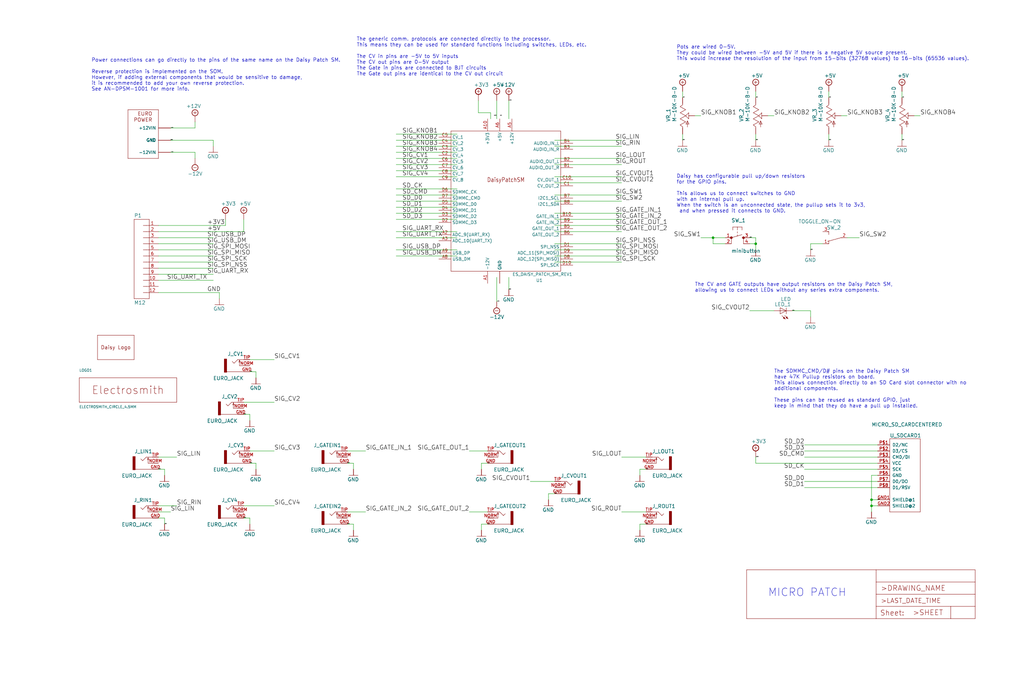
<source format=kicad_sch>
(kicad_sch (version 20231120) (generator "eeschema") (generator_version "8.0")
  (paper "User" 426.796 283.337)
  (lib_symbols
    (symbol "ES_Daisy_Patch_SM_FB_Rev1-eagle-import:+12V" (power) (pin_names (offset 1.016))
      (property "Value" "+12V" (at -2.54 3.175 0))
      (symbol "+12V_1_0"
        (pin power_in line (at 0 -2.54 90) (length 2.54) (name "+12V") (number "1"))
      )
    )
    (symbol "ES_Daisy_Patch_SM_FB_Rev1-eagle-import:+3V3" (power) (pin_names (offset 1.016))
      (property "Value" "+3V3" (at -1.905 5.715 0))
      (symbol "+3V3_1_0"
        (pin power_in line (at 0 0 90) (length 2.54) (name "+3V3") (number "1"))
      )
    )
    (symbol "ES_Daisy_Patch_SM_FB_Rev1-eagle-import:+5V" (power) (pin_names (offset 1.016))
      (property "Value" "+5V" (at -1.905 3.175 0))
      (symbol "+5V_1_0"
        (pin power_in line (at 0 -2.54 90) (length 2.54) (name "+5V") (number "1"))
      )
    )
    (symbol "ES_Daisy_Patch_SM_FB_Rev1-eagle-import:-12V" (power) (pin_names (offset 1.016))
      (property "Value" "-12V" (at -3.175 -4.699 0))
      (symbol "-12V_1_0"
        (pin power_in line (at 0 2.54 270) (length 2.54) (name "-12V") (number "1"))
      )
    )
    (symbol "ES_Daisy_Patch_SM_FB_Rev1-eagle-import:A3L-LOC" (pin_names (offset 1.016))
      (symbol "A3L-LOC_1_0"
        (text ">DRAWING_NAME" (at 344.17 15.24 0) (effects (font (size 2.159 2.159)) (justify left bottom)))
        (text ">LAST_DATE_TIME" (at 344.17 10.16 0) (effects (font (size 1.9304 1.9304)) (justify left bottom)))
        (text ">SHEET" (at 357.505 5.08 0) (effects (font (size 2.159 2.159)) (justify left bottom)))
        (text "Sheet:" (at 343.916 4.953 0) (effects (font (size 2.159 2.159)) (justify left bottom)))
      )
    )
    (symbol "ES_Daisy_Patch_SM_FB_Rev1-eagle-import:DAISYLOGO" (pin_names (offset 1.016))
      (symbol "DAISYLOGO_1_0"
        (text "Daisy Logo" (at 0 0 0) (effects (font (size 1.4986 1.4986))))
      )
    )
    (symbol "ES_Daisy_Patch_SM_FB_Rev1-eagle-import:ELECTROSMITH_CIRCLE_4.5MM" (pin_names (offset 1.016))
      (property "Reference" "LOGO" (at -20.32 7.62 0))
      (property "Value" "ELECTROSMITH_CIRCLE_4.5MM" (at -20.32 -7.62 0))
      (symbol "ELECTROSMITH_CIRCLE_4.5MM_1_0"
        (text "Electrosmith" (at 0 0 0) (effects (font (size 3.2258 3.2258))))
      )
    )
    (symbol "ES_Daisy_Patch_SM_FB_Rev1-eagle-import:EURORACK_POWERLOCK" (pin_names (offset 1.016))
      (symbol "EURORACK_POWERLOCK_1_0"
        (text "EURO" (at -2.54 7.62 0) (effects (font (size 1.4986 1.4986)) (justify left bottom)))
        (text "POWER" (at -2.54 5.08 0) (effects (font (size 1.4986 1.4986)) (justify left bottom)))
        (pin bidirectional line (at -10.16 -2.54 0) (length 5.08) (name "GND") (number "GND1"))
        (pin bidirectional line (at -10.16 -2.54 0) (length 5.08) (name "GND") (number "GND2"))
        (pin bidirectional line (at -10.16 -2.54 0) (length 5.08) (name "GND") (number "GND3"))
        (pin bidirectional line (at -10.16 -2.54 0) (length 5.08) (name "GND") (number "GND4"))
        (pin bidirectional line (at -10.16 -2.54 0) (length 5.08) (name "GND") (number "GND5"))
        (pin bidirectional line (at -10.16 -2.54 0) (length 5.08) (name "GND") (number "GND6"))
        (pin bidirectional line (at -10.16 -7.62 0) (length 5.08) (name "-12VIN") (number "NEG1"))
        (pin bidirectional line (at -10.16 -7.62 0) (length 5.08) (name "-12VIN") (number "NEG2"))
        (pin bidirectional line (at -10.16 2.54 0) (length 5.08) (name "+12VIN") (number "POS1"))
        (pin bidirectional line (at -10.16 2.54 0) (length 5.08) (name "+12VIN") (number "POS2"))
      )
    )
    (symbol "ES_Daisy_Patch_SM_FB_Rev1-eagle-import:EURO_JACK" (pin_names (offset 1.016))
      (property "Reference" "J" (at -2.54 4.064 0))
      (property "Value" "EURO_JACK" (at -5.08 -6.35 0))
      (symbol "EURO_JACK_1_0"
        (pin passive line (at -5.08 -2.54 0) (length 2.54) (name "GND") (number "GND"))
        (pin passive line (at -5.08 0 0) (length 2.54) (name "NORM") (number "NORM"))
        (pin passive line (at -5.08 2.54 0) (length 2.54) (name "TIP") (number "TIP"))
      )
    )
    (symbol "ES_Daisy_Patch_SM_FB_Rev1-eagle-import:GND" (power) (pin_names (offset 1.016))
      (property "Value" "GND" (at -2.54 -2.54 0))
      (symbol "GND_1_0"
        (pin power_in line (at 0 2.54 270) (length 2.54) (name "GND") (number "1"))
      )
    )
    (symbol "ES_Daisy_Patch_SM_FB_Rev1-eagle-import:LED" (pin_names (offset 1.016))
      (property "Reference" "LED" (at 3.556 -4.572 90))
      (property "Value" "LED" (at 5.715 -4.572 90))
      (symbol "LED_1_0"
        (pin passive line (at 0 2.54 270) (length 2.54) (name "A") (number "A"))
        (pin passive line (at 0 -5.08 90) (length 2.54) (name "C") (number "K"))
      )
    )
    (symbol "ES_Daisy_Patch_SM_FB_Rev1-eagle-import:M12" (pin_names (offset 1.016))
      (property "Reference" "P" (at 0 0.762 0))
      (property "Value" "M12" (at 0 -35.56 0))
      (symbol "M12_1_0"
        (pin passive line (at 10.16 -2.54 180) (length 5.08) (name "1") (number "1"))
        (pin passive line (at 10.16 -25.4 180) (length 5.08) (name "10") (number "10"))
        (pin passive line (at 10.16 -27.94 180) (length 5.08) (name "11") (number "11"))
        (pin passive line (at 10.16 -30.48 180) (length 5.08) (name "12") (number "12"))
        (pin passive line (at 10.16 -5.08 180) (length 5.08) (name "2") (number "2"))
        (pin passive line (at 10.16 -7.62 180) (length 5.08) (name "3") (number "3"))
        (pin passive line (at 10.16 -10.16 180) (length 5.08) (name "4") (number "4"))
        (pin passive line (at 10.16 -12.7 180) (length 5.08) (name "5") (number "5"))
        (pin passive line (at 10.16 -15.24 180) (length 5.08) (name "6") (number "6"))
        (pin passive line (at 10.16 -17.78 180) (length 5.08) (name "7") (number "7"))
        (pin passive line (at 10.16 -20.32 180) (length 5.08) (name "8") (number "8"))
        (pin passive line (at 10.16 -22.86 180) (length 5.08) (name "9") (number "9"))
      )
    )
    (symbol "ES_Daisy_Patch_SM_FB_Rev1-eagle-import:MICRO_SD_CARDCENTERED" (pin_names (offset 1.016))
      (property "Reference" "P" (at -2.54 15.748 0))
      (property "Value" "MICRO_SD_CARDCENTERED" (at -2.54 -17.78 0))
      (symbol "MICRO_SD_CARDCENTERED_1_0"
        (pin bidirectional line (at -7.62 -10.16 0) (length 5.08) (name "SHIELD@1") (number "GND1"))
        (pin bidirectional line (at -7.62 -12.7 0) (length 5.08) (name "SHIELD@2") (number "GND2"))
        (pin bidirectional line (at -7.62 12.7 0) (length 5.08) (name "D2/NC") (number "P$1"))
        (pin bidirectional line (at -7.62 10.16 0) (length 5.08) (name "D3/CS") (number "P$2"))
        (pin bidirectional line (at -7.62 7.62 0) (length 5.08) (name "CMD/DI") (number "P$3"))
        (pin bidirectional line (at -7.62 5.08 0) (length 5.08) (name "VCC") (number "P$4"))
        (pin bidirectional line (at -7.62 2.54 0) (length 5.08) (name "SCK") (number "P$5"))
        (pin bidirectional line (at -7.62 0 0) (length 5.08) (name "GND") (number "P$6"))
        (pin bidirectional line (at -7.62 -2.54 0) (length 5.08) (name "D0/DO") (number "P$7"))
        (pin bidirectional line (at -7.62 -5.08 0) (length 5.08) (name "D1/RSV") (number "P$8"))
      )
    )
    (symbol "ES_Daisy_Patch_SM_FB_Rev1-eagle-import:POT_9MM_SNAP-IN__" (pin_names (offset 1.016))
      (property "Reference" "VR" (at -5.08 -2.54 90))
      (property "Value" "POT_9MM_SNAP-IN__" (at -2.54 -2.54 90))
      (symbol "POT_9MM_SNAP-IN___1_0"
        (pin passive line (at 0 -7.62 90) (length 2.54) (name "1") (number "1"))
        (pin passive line (at 5.08 0 180) (length 2.54) (name "2") (number "2"))
        (pin passive line (at 0 7.62 270) (length 2.54) (name "3") (number "3"))
      )
    )
    (symbol "ES_Daisy_Patch_SM_FB_Rev1-eagle-import:TAC_SWITCH_PTH_SILK" (pin_names (offset 1.016))
      (property "Reference" "S" (at -2.54 6.35 0))
      (property "Value" "TAC_SWITCH_PTH_SILK" (at -2.54 -6.35 0))
      (symbol "TAC_SWITCH_PTH_SILK_1_0"
        (pin passive line (at -5.08 0 0) (length 2.54) (name "1") (number "1"))
        (pin passive line (at -5.08 -2.54 0) (length 2.54) (name "2") (number "2"))
        (pin passive line (at 5.08 0 180) (length 2.54) (name "3") (number "3"))
        (pin passive line (at 5.08 -2.54 180) (length 2.54) (name "4") (number "4"))
      )
    )
    (symbol "ES_Daisy_Patch_SM_FB_Rev1-eagle-import:TOGGLE_ON-ON" (pin_names (offset 1.016))
      (property "Reference" "SW" (at 5.08 -2.54 90))
      (property "Value" "TOGGLE_ON-ON" (at 7.62 -2.54 90))
      (symbol "TOGGLE_ON-ON_1_0"
        (pin passive line (at -2.54 5.08 270) (length 2.54) (name "O") (number "1"))
        (pin passive line (at 0 -5.08 90) (length 2.54) (name "P") (number "2"))
        (pin passive line (at 2.54 5.08 270) (length 2.54) (name "S") (number "3"))
      )
    )
    (symbol "Electrosmith-Boards:ES_DAISY_PATCH_SM_REV1"
      (property "Reference" "U" (at 15.24 27.94 0))
      (symbol "ES_DAISY_PATCH_SM_REV1_1_0"
        (text "DaisyPatchSM" (at 0 7.62 0) (effects (font (size 1.778 1.5113))))
        (pin bidirectional line (at -7.62 -35.56 90) (length 5.08) (name "-12V") (number "A1"))
        (pin bidirectional line (at -7.62 33.02 270) (length 5.08) (name "+3V3") (number "A10"))
        (pin bidirectional line (at -27.94 -15.24 0) (length 5.08) (name "ADC_9(UART_RX)") (number "A2"))
        (pin bidirectional line (at -27.94 -17.78 0) (length 5.08) (name "ADC_10(UART_TX)") (number "A3"))
        (pin bidirectional line (at -2.54 -35.56 90) (length 5.08) (name "GND") (number "A4"))
        (pin bidirectional line (at 2.54 33.02 270) (length 5.08) (name "+12V") (number "A5"))
        (pin bidirectional line (at -2.54 33.02 270) (length 5.08) (name "+5V") (number "A6"))
        (pin bidirectional line (at -2.54 -35.56 90) (length 5.08) (name "GND") (number "A7"))
        (pin bidirectional line (at -27.94 -25.4 0) (length 5.08) (name "USB_DM") (number "A8"))
        (pin bidirectional line (at -27.94 -22.86 0) (length 5.08) (name "USB_DP") (number "A9"))
        (pin bidirectional line (at 27.94 12.7 180) (length 5.08) (name "AUDIO_OUT_R") (number "B1"))
        (pin bidirectional line (at 27.94 -7.62 180) (length 5.08) (name "GATE_IN_1") (number "B10"))
        (pin bidirectional line (at 27.94 15.24 180) (length 5.08) (name "AUDIO_OUT_L") (number "B2"))
        (pin bidirectional line (at 27.94 20.32 180) (length 5.08) (name "AUDIO_IN_R") (number "B3"))
        (pin bidirectional line (at 27.94 22.86 180) (length 5.08) (name "AUDIO_IN_L") (number "B4"))
        (pin bidirectional line (at 27.94 -12.7 180) (length 5.08) (name "GATE_OUT_1") (number "B5"))
        (pin bidirectional line (at 27.94 -15.24 180) (length 5.08) (name "GATE_OUT_2") (number "B6"))
        (pin bidirectional line (at 27.94 0 180) (length 5.08) (name "I2C1_SCL") (number "B7"))
        (pin bidirectional line (at 27.94 -2.54 180) (length 5.08) (name "I2C1_SDA") (number "B8"))
        (pin bidirectional line (at 27.94 -10.16 180) (length 5.08) (name "GATE_IN_2") (number "B9"))
        (pin bidirectional line (at 27.94 5.08 180) (length 5.08) (name "CV_OUT_2") (number "C1"))
        (pin bidirectional line (at 27.94 7.62 180) (length 5.08) (name "CV_OUT_1") (number "C10"))
        (pin bidirectional line (at -27.94 17.78 0) (length 5.08) (name "CV_4") (number "C2"))
        (pin bidirectional line (at -27.94 20.32 0) (length 5.08) (name "CV_3") (number "C3"))
        (pin bidirectional line (at -27.94 22.86 0) (length 5.08) (name "CV_2") (number "C4"))
        (pin bidirectional line (at -27.94 25.4 0) (length 5.08) (name "CV_1") (number "C5"))
        (pin bidirectional line (at -27.94 15.24 0) (length 5.08) (name "CV_5") (number "C6"))
        (pin bidirectional line (at -27.94 12.7 0) (length 5.08) (name "CV_6") (number "C7"))
        (pin bidirectional line (at -27.94 10.16 0) (length 5.08) (name "CV_7") (number "C8"))
        (pin bidirectional line (at -27.94 7.62 0) (length 5.08) (name "CV_8") (number "C9"))
        (pin bidirectional line (at 27.94 -20.32 180) (length 5.08) (name "SPI_NSS") (number "D1"))
        (pin bidirectional line (at 27.94 -27.94 180) (length 5.08) (name "SPI_SCK") (number "D10"))
        (pin bidirectional line (at -27.94 -10.16 0) (length 5.08) (name "SDMMC_D3") (number "D2"))
        (pin bidirectional line (at -27.94 -7.62 0) (length 5.08) (name "SDMMC_D2") (number "D3"))
        (pin bidirectional line (at -27.94 -5.08 0) (length 5.08) (name "SDMMC_D1") (number "D4"))
        (pin bidirectional line (at -27.94 -2.54 0) (length 5.08) (name "SDMMC_D0") (number "D5"))
        (pin bidirectional line (at -27.94 2.54 0) (length 5.08) (name "SDMMC_CK") (number "D6"))
        (pin bidirectional line (at -27.94 0 0) (length 5.08) (name "SDMMC_CMD") (number "D7"))
        (pin bidirectional line (at 27.94 -25.4 180) (length 5.08) (name "ADC_12(SPI_MISO)") (number "D8"))
        (pin bidirectional line (at 27.94 -22.86 180) (length 5.08) (name "ADC_11(SPI_MOSI)") (number "D9"))
      )
    )
  )
  (junction (at 363.22 208.28))
  (junction (at 297.18 99.06))
  (junction (at 314.96 101.6))
  (junction (at 363.22 210.82))
  (wire (pts (xy 190.5 55.88) (xy 165.1 55.88)))
  (wire (pts (xy 88.9 58.42) (xy 88.9 60.96)))
  (wire (pts (xy 353.06 99.06) (xy 358.14 99.06)))
  (wire (pts (xy 204.47 49.53) (xy 204.47 46.99)))
  (wire (pts (xy 231.14 58.42) (xy 259.08 58.42)))
  (wire (pts (xy 190.5 99.06) (xy 165.1 99.06)))
  (wire (pts (xy 66.04 210.82) (xy 73.66 210.82)))
  (wire (pts (xy 314.96 193.04) (xy 365.76 193.04)))
  (wire (pts (xy 66.04 195.58) (xy 68.58 195.58)))
  (wire (pts (xy 104.14 149.86) (xy 114.3 149.86)))
  (wire (pts (xy 314.96 99.06) (xy 314.96 101.6)))
  (wire (pts (xy 101.6 96.52) (xy 101.6 91.44)))
  (wire (pts (xy 66.04 104.14) (xy 88.9 104.14)))
  (wire (pts (xy 104.14 215.9) (xy 104.14 218.44)))
  (wire (pts (xy 101.6 210.82) (xy 114.3 210.82)))
  (wire (pts (xy 266.7 218.44) (xy 266.7 220.98)))
  (wire (pts (xy 66.04 213.36) (xy 71.12 213.36)))
  (wire (pts (xy 66.04 121.92) (xy 91.44 121.92)))
  (wire (pts (xy 212.09 41.91) (xy 212.09 49.53)))
  (wire (pts (xy 314.96 40.64) (xy 314.96 38.1)))
  (wire (pts (xy 104.14 193.04) (xy 106.68 193.04)))
  (wire (pts (xy 365.76 190.5) (xy 335.28 190.5)))
  (wire (pts (xy 365.76 187.96) (xy 335.28 187.96)))
  (wire (pts (xy 337.82 129.54) (xy 337.82 132.08)))
  (wire (pts (xy 231.14 66.04) (xy 259.08 66.04)))
  (wire (pts (xy 190.5 86.36) (xy 165.1 86.36)))
  (wire (pts (xy 269.24 190.5) (xy 259.08 190.5)))
  (wire (pts (xy 190.5 91.44) (xy 165.1 91.44)))
  (wire (pts (xy 190.5 60.96) (xy 165.1 60.96)))
  (wire (pts (xy 284.48 58.42) (xy 284.48 55.88)))
  (wire (pts (xy 314.96 58.42) (xy 314.96 55.88)))
  (wire (pts (xy 68.58 195.58) (xy 68.58 198.12)))
  (wire (pts (xy 266.7 195.58) (xy 266.7 198.12)))
  (wire (pts (xy 312.42 101.6) (xy 314.96 101.6)))
  (wire (pts (xy 228.6 205.74) (xy 228.6 208.28)))
  (wire (pts (xy 203.2 213.36) (xy 195.58 213.36)))
  (wire (pts (xy 66.04 190.5) (xy 73.66 190.5)))
  (wire (pts (xy 363.22 210.82) (xy 363.22 213.36)))
  (wire (pts (xy 312.42 99.06) (xy 314.96 99.06)))
  (wire (pts (xy 190.5 96.52) (xy 165.1 96.52)))
  (wire (pts (xy 203.2 193.04) (xy 200.66 193.04)))
  (wire (pts (xy 81.28 53.34) (xy 81.28 50.8)))
  (wire (pts (xy 365.76 200.66) (xy 335.28 200.66)))
  (wire (pts (xy 101.6 167.64) (xy 114.3 167.64)))
  (wire (pts (xy 190.5 73.66) (xy 165.1 73.66)))
  (wire (pts (xy 199.39 46.99) (xy 199.39 41.91)))
  (wire (pts (xy 71.12 63.5) (xy 81.28 63.5)))
  (wire (pts (xy 66.04 116.84) (xy 88.9 116.84)))
  (wire (pts (xy 363.22 210.82) (xy 365.76 210.82)))
  (wire (pts (xy 147.32 193.04) (xy 147.32 195.58)))
  (wire (pts (xy 375.92 58.42) (xy 375.92 55.88)))
  (wire (pts (xy 104.14 172.72) (xy 104.14 175.26)))
  (wire (pts (xy 66.04 96.52) (xy 101.6 96.52)))
  (wire (pts (xy 375.92 40.64) (xy 375.92 38.1)))
  (wire (pts (xy 231.14 109.22) (xy 259.08 109.22)))
  (wire (pts (xy 71.12 53.34) (xy 81.28 53.34)))
  (wire (pts (xy 66.04 111.76) (xy 88.9 111.76)))
  (wire (pts (xy 204.47 46.99) (xy 199.39 46.99)))
  (wire (pts (xy 314.96 190.5) (xy 314.96 193.04)))
  (wire (pts (xy 231.14 96.52) (xy 259.08 96.52)))
  (wire (pts (xy 212.09 120.65) (xy 212.09 115.57)))
  (wire (pts (xy 320.04 48.26) (xy 322.58 48.26)))
  (wire (pts (xy 365.76 195.58) (xy 335.28 195.58)))
  (wire (pts (xy 363.22 208.28) (xy 363.22 210.82)))
  (wire (pts (xy 190.5 58.42) (xy 165.1 58.42)))
  (wire (pts (xy 231.14 200.66) (xy 220.98 200.66)))
  (wire (pts (xy 144.78 213.36) (xy 152.4 213.36)))
  (wire (pts (xy 66.04 101.6) (xy 88.9 101.6)))
  (wire (pts (xy 231.14 81.28) (xy 259.08 81.28)))
  (wire (pts (xy 93.98 93.98) (xy 93.98 91.44)))
  (wire (pts (xy 231.14 60.96) (xy 259.08 60.96)))
  (wire (pts (xy 337.82 101.6) (xy 342.9 101.6)))
  (wire (pts (xy 190.5 83.82) (xy 165.1 83.82)))
  (wire (pts (xy 231.14 104.14) (xy 259.08 104.14)))
  (wire (pts (xy 381 48.26) (xy 383.54 48.26)))
  (wire (pts (xy 231.14 76.2) (xy 259.08 76.2)))
  (wire (pts (xy 190.5 71.12) (xy 165.1 71.12)))
  (wire (pts (xy 203.2 218.44) (xy 200.66 218.44)))
  (wire (pts (xy 231.14 88.9) (xy 259.08 88.9)))
  (wire (pts (xy 68.58 218.44) (xy 68.58 215.9)))
  (wire (pts (xy 231.14 205.74) (xy 228.6 205.74)))
  (wire (pts (xy 345.44 58.42) (xy 345.44 55.88)))
  (wire (pts (xy 284.48 40.64) (xy 284.48 38.1)))
  (wire (pts (xy 231.14 101.6) (xy 259.08 101.6)))
  (wire (pts (xy 269.24 213.36) (xy 259.08 213.36)))
  (wire (pts (xy 190.5 88.9) (xy 165.1 88.9)))
  (wire (pts (xy 363.22 198.12) (xy 363.22 208.28)))
  (wire (pts (xy 101.6 172.72) (xy 104.14 172.72)))
  (wire (pts (xy 231.14 93.98) (xy 259.08 93.98)))
  (wire (pts (xy 350.52 48.26) (xy 353.06 48.26)))
  (wire (pts (xy 269.24 218.44) (xy 266.7 218.44)))
  (wire (pts (xy 231.14 106.68) (xy 259.08 106.68)))
  (wire (pts (xy 104.14 154.94) (xy 106.68 154.94)))
  (wire (pts (xy 365.76 198.12) (xy 363.22 198.12)))
  (wire (pts (xy 314.96 101.6) (xy 314.96 104.14)))
  (wire (pts (xy 147.32 218.44) (xy 147.32 220.98)))
  (wire (pts (xy 68.58 215.9) (xy 66.04 215.9)))
  (wire (pts (xy 91.44 124.46) (xy 91.44 121.92)))
  (wire (pts (xy 144.78 218.44) (xy 147.32 218.44)))
  (wire (pts (xy 207.01 49.53) (xy 207.01 41.91)))
  (wire (pts (xy 66.04 93.98) (xy 93.98 93.98)))
  (wire (pts (xy 337.82 104.14) (xy 337.82 101.6)))
  (wire (pts (xy 190.5 104.14) (xy 165.1 104.14)))
  (wire (pts (xy 190.5 78.74) (xy 165.1 78.74)))
  (wire (pts (xy 81.28 63.5) (xy 81.28 66.04)))
  (wire (pts (xy 66.04 114.3) (xy 88.9 114.3)))
  (wire (pts (xy 190.5 66.04) (xy 165.1 66.04)))
  (wire (pts (xy 106.68 154.94) (xy 106.68 157.48)))
  (wire (pts (xy 297.18 99.06) (xy 292.1 99.06)))
  (wire (pts (xy 66.04 106.68) (xy 88.9 106.68)))
  (wire (pts (xy 207.01 125.73) (xy 207.01 115.57)))
  (wire (pts (xy 71.12 58.42) (xy 88.9 58.42)))
  (wire (pts (xy 330.2 129.54) (xy 337.82 129.54)))
  (wire (pts (xy 345.44 40.64) (xy 345.44 38.1)))
  (wire (pts (xy 365.76 203.2) (xy 335.28 203.2)))
  (wire (pts (xy 144.78 187.96) (xy 152.4 187.96)))
  (wire (pts (xy 144.78 193.04) (xy 147.32 193.04)))
  (wire (pts (xy 231.14 83.82) (xy 259.08 83.82)))
  (wire (pts (xy 190.5 63.5) (xy 165.1 63.5)))
  (wire (pts (xy 269.24 195.58) (xy 266.7 195.58)))
  (wire (pts (xy 231.14 73.66) (xy 259.08 73.66)))
  (wire (pts (xy 106.68 193.04) (xy 106.68 195.58)))
  (wire (pts (xy 365.76 208.28) (xy 363.22 208.28)))
  (wire (pts (xy 66.04 99.06) (xy 88.9 99.06)))
  (wire (pts (xy 365.76 185.42) (xy 335.28 185.42)))
  (wire (pts (xy 66.04 109.22) (xy 88.9 109.22)))
  (wire (pts (xy 289.56 48.26) (xy 292.1 48.26)))
  (wire (pts (xy 297.18 99.06) (xy 297.18 101.6)))
  (wire (pts (xy 190.5 106.68) (xy 165.1 106.68)))
  (wire (pts (xy 190.5 68.58) (xy 165.1 68.58)))
  (wire (pts (xy 302.26 99.06) (xy 297.18 99.06)))
  (wire (pts (xy 231.14 68.58) (xy 259.08 68.58)))
  (wire (pts (xy 104.14 187.96) (xy 114.3 187.96)))
  (wire (pts (xy 322.58 129.54) (xy 312.42 129.54)))
  (wire (pts (xy 231.14 91.44) (xy 259.08 91.44)))
  (wire (pts (xy 190.5 81.28) (xy 165.1 81.28)))
  (wire (pts (xy 200.66 193.04) (xy 200.66 195.58)))
  (wire (pts (xy 203.2 187.96) (xy 195.58 187.96)))
  (wire (pts (xy 101.6 215.9) (xy 104.14 215.9)))
  (wire (pts (xy 200.66 218.44) (xy 200.66 220.98)))
  (wire (pts (xy 297.18 101.6) (xy 302.26 101.6)))
  (text "MICRO PATCH" (at 320.04 248.92 0) (effects (font (size 3.2258 3.2258)) (justify left bottom)))
  (text "Daisy has configurable pull up/down resistors \nfor the GPIO pins.\n\nThis allows us to connect switches to GND\nwith an internal pull up. \nWhen the switch is an unconnected state, the pullup sets it to 3v3,\n and when pressed it connects to GND." (at 281.94 88.9 0) (effects (font (size 1.4986 1.4986)) (justify left bottom)))
  (text "The generic comm. protocols are connected directly to the processor.\nThis means they can be used for standard functions including switches, LEDs, etc.\n\nThe CV in pins are -5V to 5V inputs\nThe CV out pins are 0-5V output\nThe Gate in pins are connected to BJT circuits\nThe Gate out pins are identical to the CV out circuit" (at 148.59 31.75 0) (effects (font (size 1.4986 1.4986)) (justify left bottom)))
  (text "Power connections can go directly to the pins of the same name on the Daisy Patch SM.\n\nReverse protection is implemented on the SOM. \nHowever, if adding external components that would be sensitive to damage, \nit is recommended to add your own reverse protection.\nSee AN-DPSM-1001 for more info." (at 38.1 38.1 0) (effects (font (size 1.4986 1.4986)) (justify left bottom)))
  (text "The CV and GATE outputs have output resistors on the Daisy Patch SM,\nallowing us to connect LEDs without any series extra components." (at 289.56 121.92 0) (effects (font (size 1.4986 1.4986)) (justify left bottom)))
  (text "The SDMMC_CMD/D# pins on the Daisy Patch SM \nhave 47K Pullup resistors on board.\nThis allows connection directly to an SD Card slot connector with no \nadditional components.\n\nThese pins can be reused as standard GPIO, just \nkeep in mind that they do have a pull up installed. " (at 322.58 170.18 0) (effects (font (size 1.4986 1.4986)) (justify left bottom)))
  (text "Pots are wired 0-5V.\nThey could be wired between -5V and 5V if there is a negative 5V source present. \nThis would increase the resolution of the input from 15-bits (32768 values) to 16-bits (65536 values)." (at 281.94 25.4 0) (effects (font (size 1.4986 1.4986)) (justify left bottom)))
  (label "GND" (at 314.96 58.42 0) (effects (font (size 0.254 0.254))))
  (label "GND" (at 86.36 121.92 0) (effects (font (size 1.778 1.778))))
  (label "SD_D1" (at 167.64 86.36 0) (effects (font (size 1.778 1.778))))
  (label "SIG_KNOB4" (at 383.54 48.26 0) (effects (font (size 1.778 1.778))))
  (label "GND" (at 284.48 58.42 0) (effects (font (size 0.254 0.254))))
  (label "SIG_SW2" (at 358.14 99.06 0) (effects (font (size 1.778 1.778))))
  (label "SD_D3" (at 167.64 91.44 0) (effects (font (size 1.778 1.778))))
  (label "SIG_GATE_IN_1" (at 256.54 88.9 0) (effects (font (size 1.778 1.778))))
  (label "SD_CMD" (at 167.64 81.28 0) (effects (font (size 1.778 1.778))))
  (label "SIG_GATE_OUT_1" (at 256.54 93.98 0) (effects (font (size 1.778 1.778))))
  (label "SIG_LOUT" (at 256.54 66.04 0) (effects (font (size 1.778 1.778))))
  (label "GND" (at 101.6 215.9 0) (effects (font (size 0.254 0.254))))
  (label "SIG_USB_DP" (at 167.64 104.14 0) (effects (font (size 1.778 1.778))))
  (label "GND" (at 68.58 218.44 0) (effects (font (size 0.254 0.254))))
  (label "SIG_RIN" (at 256.54 60.96 0) (effects (font (size 1.778 1.778))))
  (label "SIG_LOUT" (at 259.08 190.5 180) (effects (font (size 1.778 1.778))))
  (label "SIG_CV1" (at 114.3 149.86 0) (effects (font (size 1.778 1.778))))
  (label "SD_D3" (at 335.28 187.96 180) (effects (font (size 1.778 1.778))))
  (label "SIG_GATE_IN_2" (at 256.54 91.44 0) (effects (font (size 1.778 1.778))))
  (label "GND" (at 375.92 58.42 0) (effects (font (size 0.254 0.254))))
  (label "GND" (at 71.12 58.42 0) (effects (font (size 0.254 0.254))))
  (label "SIG_CV1" (at 167.64 66.04 0) (effects (font (size 1.778 1.778))))
  (label "SIG_GATE_OUT_2" (at 195.58 213.36 180) (effects (font (size 1.778 1.778))))
  (label "GND" (at 269.24 218.44 0) (effects (font (size 0.254 0.254))))
  (label "SIG_GATE_IN_2" (at 152.4 213.36 0) (effects (font (size 1.778 1.778))))
  (label "+5V" (at 314.96 40.64 0) (effects (font (size 0.254 0.254))))
  (label "SIG_CVOUT1" (at 220.98 200.66 180) (effects (font (size 1.778 1.778))))
  (label "SIG_SPI_MISO" (at 86.36 106.68 0) (effects (font (size 1.778 1.778))))
  (label "SIG_GATE_OUT_1" (at 195.58 187.96 180) (effects (font (size 1.778 1.778))))
  (label "SIG_LIN" (at 73.66 190.5 0) (effects (font (size 1.778 1.778))))
  (label "SIG_CV3" (at 114.3 187.96 0) (effects (font (size 1.778 1.778))))
  (label "SIG_CVOUT2" (at 256.54 76.2 0) (effects (font (size 1.778 1.778))))
  (label "+3V3" (at 205.74 48.26 0) (effects (font (size 0.254 0.254))))
  (label "GND" (at 104.14 193.04 0) (effects (font (size 0.254 0.254))))
  (label "SD_D1" (at 335.28 203.2 180) (effects (font (size 1.778 1.778))))
  (label "+5V" (at 208.28 48.26 0) (effects (font (size 0.254 0.254))))
  (label "SD_D2" (at 167.64 88.9 0) (effects (font (size 1.778 1.778))))
  (label "SIG_SPI_NSS" (at 86.36 111.76 0) (effects (font (size 1.778 1.778))))
  (label "SIG_UART_RX" (at 167.64 96.52 0) (effects (font (size 1.778 1.778))))
  (label "SIG_USB_DM" (at 167.64 106.68 0) (effects (font (size 1.778 1.778))))
  (label "SIG_SW1" (at 256.54 81.28 0) (effects (font (size 1.778 1.778))))
  (label "SIG_UART_TX" (at 167.64 99.06 0) (effects (font (size 1.778 1.778))))
  (label "GND" (at 66.04 195.58 0) (effects (font (size 0.254 0.254))))
  (label "GND" (at 104.14 154.94 0) (effects (font (size 0.254 0.254))))
  (label "SIG_KNOB3" (at 167.64 60.96 0) (effects (font (size 1.778 1.778))))
  (label "SIG_USB_DM" (at 86.36 101.6 0) (effects (font (size 1.778 1.778))))
  (label "SIG_SPI_SCK" (at 86.36 109.22 0) (effects (font (size 1.778 1.778))))
  (label "SIG_SPI_MOSI" (at 86.36 104.14 0) (effects (font (size 1.778 1.778))))
  (label "GND" (at 144.78 218.44 0) (effects (font (size 0.254 0.254))))
  (label "GND" (at 365.76 208.28 0) (effects (font (size 0.254 0.254))))
  (label "SIG_USB_DP" (at 86.36 99.06 0) (effects (font (size 1.778 1.778))))
  (label "GND" (at 203.2 218.44 0) (effects (font (size 0.254 0.254))))
  (label "SIG_RIN" (at 73.66 210.82 0) (effects (font (size 1.778 1.778))))
  (label "SIG_SW1" (at 292.1 99.06 180) (effects (font (size 1.778 1.778))))
  (label "SIG_CVOUT1" (at 256.54 73.66 0) (effects (font (size 1.778 1.778))))
  (label "SIG_GATE_OUT_2" (at 256.54 96.52 0) (effects (font (size 1.778 1.778))))
  (label "SIG_SPI_NSS" (at 256.54 101.6 0) (effects (font (size 1.778 1.778))))
  (label "GND" (at 144.78 193.04 0) (effects (font (size 0.254 0.254))))
  (label "SD_CK" (at 335.28 195.58 180) (effects (font (size 1.778 1.778))))
  (label "SIG_CV2" (at 167.64 68.58 0) (effects (font (size 1.778 1.778))))
  (label "SIG_CV4" (at 167.64 73.66 0) (effects (font (size 1.778 1.778))))
  (label "GND" (at 312.42 99.06 0) (effects (font (size 0.254 0.254))))
  (label "GND" (at 269.24 195.58 0) (effects (font (size 0.254 0.254))))
  (label "+12V" (at 71.12 53.34 0) (effects (font (size 0.254 0.254))))
  (label "SIG_UART_TX" (at 86.36 116.84 180) (effects (font (size 1.778 1.778))))
  (label "SIG_ROUT" (at 259.08 213.36 180) (effects (font (size 1.778 1.778))))
  (label "+12V" (at 212.09 41.91 0) (effects (font (size 0.254 0.254))))
  (label "+3V3" (at 314.96 190.5 0) (effects (font (size 0.254 0.254))))
  (label "SIG_KNOB1" (at 292.1 48.26 0) (effects (font (size 1.778 1.778))))
  (label "SIG_CV4" (at 114.3 210.82 0) (effects (font (size 1.778 1.778))))
  (label "SD_CK" (at 167.64 78.74 0) (effects (font (size 1.778 1.778))))
  (label "SIG_CV2" (at 114.3 167.64 0) (effects (font (size 1.778 1.778))))
  (label "SD_D2" (at 335.28 185.42 180) (effects (font (size 1.778 1.778))))
  (label "SIG_CVOUT2" (at 312.42 129.54 180) (effects (font (size 1.778 1.778))))
  (label "SIG_KNOB2" (at 322.58 48.26 0) (effects (font (size 1.778 1.778))))
  (label "SIG_SPI_MOSI" (at 256.54 104.14 0) (effects (font (size 1.778 1.778))))
  (label "SIG_KNOB2" (at 167.64 58.42 0) (effects (font (size 1.778 1.778))))
  (label "GND" (at 101.6 172.72 0) (effects (font (size 0.254 0.254))))
  (label "GND" (at 203.2 193.04 0) (effects (font (size 0.254 0.254))))
  (label "GND" (at 330.2 129.54 0) (effects (font (size 0.254 0.254))))
  (label "SIG_SPI_MISO" (at 256.54 106.68 0) (effects (font (size 1.778 1.778))))
  (label "SIG_SPI_SCK" (at 256.54 109.22 0) (effects (font (size 1.778 1.778))))
  (label "SD_D0" (at 335.28 200.66 180) (effects (font (size 1.778 1.778))))
  (label "GND" (at 231.14 205.74 0) (effects (font (size 0.254 0.254))))
  (label "SIG_LIN" (at 71.12 213.36 0) (effects (font (size 1.778 1.778))))
  (label "GND" (at 345.44 58.42 0) (effects (font (size 0.254 0.254))))
  (label "+5V" (at 375.92 40.64 0) (effects (font (size 0.254 0.254))))
  (label "+5V" (at 86.36 96.52 0) (effects (font (size 1.778 1.778))))
  (label "-12V" (at 71.12 63.5 0) (effects (font (size 0.254 0.254))))
  (label "SIG_SW2" (at 256.54 83.82 0) (effects (font (size 1.778 1.778))))
  (label "GND" (at 337.82 104.14 0) (effects (font (size 0.254 0.254))))
  (label "+5V" (at 284.48 40.64 0) (effects (font (size 0.254 0.254))))
  (label "SIG_ROUT" (at 256.54 68.58 0) (effects (font (size 1.778 1.778))))
  (label "SD_D0" (at 167.64 83.82 0) (effects (font (size 1.778 1.778))))
  (label "-12V" (at 207.01 125.73 0) (effects (font (size 0.254 0.254))))
  (label "SIG_CV3" (at 167.64 71.12 0) (effects (font (size 1.778 1.778))))
  (label "+5V" (at 345.44 40.64 0) (effects (font (size 0.254 0.254))))
  (label "GND" (at 212.09 120.65 0) (effects (font (size 0.254 0.254))))
  (label "SIG_KNOB4" (at 167.64 63.5 0) (effects (font (size 1.778 1.778))))
  (label "SIG_KNOB3" (at 353.06 48.26 0) (effects (font (size 1.778 1.778))))
  (label "SD_CMD" (at 335.28 190.5 180) (effects (font (size 1.778 1.778))))
  (label "SIG_LIN" (at 256.54 58.42 0) (effects (font (size 1.778 1.778))))
  (label "+3V3" (at 86.36 93.98 0) (effects (font (size 1.778 1.778))))
  (label "SIG_KNOB1" (at 167.64 55.88 0) (effects (font (size 1.778 1.778))))
  (label "SIG_UART_RX" (at 86.36 114.3 0) (effects (font (size 1.778 1.778))))
  (label "SIG_GATE_IN_1" (at 152.4 187.96 0) (effects (font (size 1.778 1.778))))
  (symbol (lib_id "ES_Daisy_Patch_SM_FB_Rev1-eagle-import:GND") (at 314.96 60.96 0) (unit 1)
    (property "Reference" "#GND017" (effects (hide yes)))
    (property "Value" "GND" (at 312.42 63.5 0) (effects (font (size 1.4986 1.4986)) (justify left bottom)))
  )
  (symbol (lib_id "ES_Daisy_Patch_SM_FB_Rev1-eagle-import:EURO_JACK") (at 208.28 215.9 0) (unit 1)
    (property "Reference" "J_GATEOUT2" (at 205.74 211.836 0) (effects (font (size 1.4986 1.4986)) (justify left bottom)))
    (property "Value" "EURO_JACK" (at 205.74 221.996 0) (effects (font (size 1.4986 1.4986)) (justify left bottom)))
    (property "Footprint" "ES_Daisy_Patch_SM_FB_Rev1:S_JACK" (effects (hide yes)))
  )
  (symbol (lib_id "ES_Daisy_Patch_SM_FB_Rev1-eagle-import:+5V") (at 101.6 88.9 0) (unit 1)
    (property "Reference" "#SUPPLY013" (effects (hide yes)))
    (property "Value" "+5V" (at 99.695 85.725 0) (effects (font (size 1.4986 1.4986)) (justify left bottom)))
  )
  (symbol (lib_id "ES_Daisy_Patch_SM_FB_Rev1-eagle-import:EURO_JACK") (at 274.32 215.9 0) (unit 1)
    (property "Reference" "J_ROUT1" (at 271.78 211.836 0) (effects (font (size 1.4986 1.4986)) (justify left bottom)))
    (property "Value" "EURO_JACK" (at 271.78 221.996 0) (effects (font (size 1.4986 1.4986)) (justify left bottom)))
    (property "Footprint" "ES_Daisy_Patch_SM_FB_Rev1:S_JACK" (effects (hide yes)))
  )
  (symbol (lib_id "ES_Daisy_Patch_SM_FB_Rev1-eagle-import:GND") (at 266.7 200.66 0) (unit 1)
    (property "Reference" "#GND014" (effects (hide yes)))
    (property "Value" "GND" (at 264.16 203.2 0) (effects (font (size 1.4986 1.4986)) (justify left bottom)))
  )
  (symbol (lib_id "ES_Daisy_Patch_SM_FB_Rev1-eagle-import:GND") (at 68.58 220.98 0) (unit 1)
    (property "Reference" "#GND02" (effects (hide yes)))
    (property "Value" "GND" (at 66.04 223.52 0) (effects (font (size 1.4986 1.4986)) (justify left bottom)))
  )
  (symbol (lib_id "ES_Daisy_Patch_SM_FB_Rev1-eagle-import:GND") (at 200.66 223.52 0) (unit 1)
    (property "Reference" "#GND011" (effects (hide yes)))
    (property "Value" "GND" (at 198.12 226.06 0) (effects (font (size 1.4986 1.4986)) (justify left bottom)))
  )
  (symbol (lib_id "ES_Daisy_Patch_SM_FB_Rev1-eagle-import:POT_9MM_SNAP-IN__") (at 345.44 48.26 0) (unit 1)
    (property "Reference" "VR_3" (at 340.36 50.8 90) (effects (font (size 1.4986 1.4986)) (justify left bottom)))
    (property "Value" "M-10K-B-D" (at 342.9 50.8 90) (effects (font (size 1.4986 1.4986)) (justify left bottom)))
    (property "Footprint" "ES_Daisy_Patch_SM_FB_Rev1:9MM_SNAP-IN_POT_SILK" (effects (hide yes)))
  )
  (symbol (lib_id "ES_Daisy_Patch_SM_FB_Rev1-eagle-import:GND") (at 284.48 60.96 0) (unit 1)
    (property "Reference" "#GND015" (effects (hide yes)))
    (property "Value" "GND" (at 281.94 63.5 0) (effects (font (size 1.4986 1.4986)) (justify left bottom)))
  )
  (symbol (lib_id "ES_Daisy_Patch_SM_FB_Rev1-eagle-import:EURO_JACK") (at 139.7 215.9 0) (mirror y) (unit 1)
    (property "Reference" "J_GATEIN2" (at 142.24 211.836 0) (effects (font (size 1.4986 1.4986)) (justify left bottom)))
    (property "Value" "EURO_JACK" (at 142.24 221.996 0) (effects (font (size 1.4986 1.4986)) (justify left bottom)))
    (property "Footprint" "ES_Daisy_Patch_SM_FB_Rev1:S_JACK" (effects (hide yes)))
  )
  (symbol (lib_id "ES_Daisy_Patch_SM_FB_Rev1-eagle-import:GND") (at 363.22 215.9 0) (unit 1)
    (property "Reference" "#GND020" (effects (hide yes)))
    (property "Value" "GND" (at 360.68 218.44 0) (effects (font (size 1.4986 1.4986)) (justify left bottom)))
  )
  (symbol (lib_id "ES_Daisy_Patch_SM_FB_Rev1-eagle-import:-12V") (at 81.28 68.58 0) (mirror y) (unit 1)
    (property "Reference" "#SUPPLY02" (effects (hide yes)))
    (property "Value" "-12V" (at 84.455 73.279 0) (effects (font (size 1.4986 1.4986)) (justify left bottom)))
  )
  (symbol (lib_id "ES_Daisy_Patch_SM_FB_Rev1-eagle-import:EURO_JACK") (at 99.06 190.5 0) (mirror y) (unit 1)
    (property "Reference" "J_CV3" (at 101.6 186.436 0) (effects (font (size 1.4986 1.4986)) (justify left bottom)))
    (property "Value" "EURO_JACK" (at 101.6 196.596 0) (effects (font (size 1.4986 1.4986)) (justify left bottom)))
    (property "Footprint" "ES_Daisy_Patch_SM_FB_Rev1:S_JACK" (effects (hide yes)))
  )
  (symbol (lib_id "ES_Daisy_Patch_SM_FB_Rev1-eagle-import:EURO_JACK") (at 139.7 190.5 0) (mirror y) (unit 1)
    (property "Reference" "J_GATEIN1" (at 142.24 186.436 0) (effects (font (size 1.4986 1.4986)) (justify left bottom)))
    (property "Value" "EURO_JACK" (at 142.24 196.596 0) (effects (font (size 1.4986 1.4986)) (justify left bottom)))
    (property "Footprint" "ES_Daisy_Patch_SM_FB_Rev1:S_JACK" (effects (hide yes)))
  )
  (symbol (lib_id "ES_Daisy_Patch_SM_FB_Rev1-eagle-import:POT_9MM_SNAP-IN__") (at 375.92 48.26 0) (unit 1)
    (property "Reference" "VR_4" (at 370.84 50.8 90) (effects (font (size 1.4986 1.4986)) (justify left bottom)))
    (property "Value" "M-10K-B-D" (at 373.38 50.8 90) (effects (font (size 1.4986 1.4986)) (justify left bottom)))
    (property "Footprint" "ES_Daisy_Patch_SM_FB_Rev1:9MM_SNAP-IN_POT_SILK" (effects (hide yes)))
  )
  (symbol (lib_id "ES_Daisy_Patch_SM_FB_Rev1-eagle-import:GND") (at 375.92 60.96 0) (unit 1)
    (property "Reference" "#GND019" (effects (hide yes)))
    (property "Value" "GND" (at 373.38 63.5 0) (effects (font (size 1.4986 1.4986)) (justify left bottom)))
  )
  (symbol (lib_id "ES_Daisy_Patch_SM_FB_Rev1-eagle-import:EURO_JACK") (at 60.96 193.04 0) (mirror y) (unit 1)
    (property "Reference" "J_LIN1" (at 63.5 188.976 0) (effects (font (size 1.4986 1.4986)) (justify left bottom)))
    (property "Value" "EURO_JACK" (at 63.5 199.136 0) (effects (font (size 1.4986 1.4986)) (justify left bottom)))
    (property "Footprint" "ES_Daisy_Patch_SM_FB_Rev1:S_JACK" (effects (hide yes)))
  )
  (symbol (lib_id "ES_Daisy_Patch_SM_FB_Rev1-eagle-import:EURO_JACK") (at 274.32 193.04 0) (unit 1)
    (property "Reference" "J_LOUT1" (at 271.78 188.976 0) (effects (font (size 1.4986 1.4986)) (justify left bottom)))
    (property "Value" "EURO_JACK" (at 271.78 199.136 0) (effects (font (size 1.4986 1.4986)) (justify left bottom)))
    (property "Footprint" "ES_Daisy_Patch_SM_FB_Rev1:S_JACK" (effects (hide yes)))
  )
  (symbol (lib_id "Electrosmith-Boards:ES_DAISY_PATCH_SM_REV1") (at 210.82 82.55 0) (unit 1)
    (property "Reference" "U1" (at 224.79 116.84 0))
    (property "Value" "ES_DAISY_PATCH_SM_REV1" (at 226.06 114.3 0))
    (property "Footprint" "Electrosmith-Boards:ES_DAISY_PATCH_SM_REV1" (effects (hide yes)))
  )
  (symbol (lib_id "ES_Daisy_Patch_SM_FB_Rev1-eagle-import:GND") (at 91.44 127 0) (unit 1)
    (property "Reference" "#GND024" (effects (hide yes)))
    (property "Value" "GND" (at 88.9 129.54 0) (effects (font (size 1.4986 1.4986)) (justify left bottom)))
  )
  (symbol (lib_id "ES_Daisy_Patch_SM_FB_Rev1-eagle-import:POT_9MM_SNAP-IN__") (at 314.96 48.26 0) (unit 1)
    (property "Reference" "VR_2" (at 309.88 50.8 90) (effects (font (size 1.4986 1.4986)) (justify left bottom)))
    (property "Value" "M-10K-B-D" (at 312.42 50.8 90) (effects (font (size 1.4986 1.4986)) (justify left bottom)))
    (property "Footprint" "ES_Daisy_Patch_SM_FB_Rev1:9MM_SNAP-IN_POT_SILK" (effects (hide yes)))
  )
  (symbol (lib_id "ES_Daisy_Patch_SM_FB_Rev1-eagle-import:+3V3") (at 199.39 41.91 0) (unit 1)
    (property "Reference" "#SUPPLY04" (effects (hide yes)))
    (property "Value" "+3V3" (at 197.485 36.195 0) (effects (font (size 1.4986 1.4986)) (justify left bottom)))
  )
  (symbol (lib_id "ES_Daisy_Patch_SM_FB_Rev1-eagle-import:+5V") (at 284.48 35.56 0) (unit 1)
    (property "Reference" "#SUPPLY07" (effects (hide yes)))
    (property "Value" "+5V" (at 282.575 32.385 0) (effects (font (size 1.4986 1.4986)) (justify left bottom)))
  )
  (symbol (lib_id "ES_Daisy_Patch_SM_FB_Rev1-eagle-import:POT_9MM_SNAP-IN__") (at 284.48 48.26 0) (unit 1)
    (property "Reference" "VR_1" (at 279.4 50.8 90) (effects (font (size 1.4986 1.4986)) (justify left bottom)))
    (property "Value" "M-10K-B-D" (at 281.94 50.8 90) (effects (font (size 1.4986 1.4986)) (justify left bottom)))
    (property "Footprint" "ES_Daisy_Patch_SM_FB_Rev1:9MM_SNAP-IN_POT_SILK" (effects (hide yes)))
  )
  (symbol (lib_id "ES_Daisy_Patch_SM_FB_Rev1-eagle-import:MICRO_SD_CARDCENTERED") (at 373.38 198.12 0) (unit 1)
    (property "Reference" "U_SDCARD1" (at 370.84 182.372 0) (effects (font (size 1.4986 1.4986)) (justify left bottom)))
    (property "Value" "MICRO_SD_CARDCENTERED" (at 363.22 177.8 0) (effects (font (size 1.4986 1.4986)) (justify left bottom)))
    (property "Footprint" "ES_Daisy_Patch_SM_FB_Rev1:VERT_MICROSD_CENTERED" (effects (hide yes)))
  )
  (symbol (lib_id "ES_Daisy_Patch_SM_FB_Rev1-eagle-import:LED") (at 325.12 129.54 90) (unit 1)
    (property "Reference" "LED_1" (at 329.692 125.984 90) (effects (font (size 1.4986 1.4986)) (justify left bottom)))
    (property "Value" "LED" (at 329.692 123.825 90) (effects (font (size 1.4986 1.4986)) (justify left bottom)))
    (property "Footprint" "ES_Daisy_Patch_SM_FB_Rev1:LED" (effects (hide yes)))
  )
  (symbol (lib_id "ES_Daisy_Patch_SM_FB_Rev1-eagle-import:GND") (at 68.58 200.66 0) (unit 1)
    (property "Reference" "#GND03" (effects (hide yes)))
    (property "Value" "GND" (at 66.04 203.2 0) (effects (font (size 1.4986 1.4986)) (justify left bottom)))
  )
  (symbol (lib_id "ES_Daisy_Patch_SM_FB_Rev1-eagle-import:EURO_JACK") (at 208.28 190.5 0) (unit 1)
    (property "Reference" "J_GATEOUT1" (at 205.74 186.436 0) (effects (font (size 1.4986 1.4986)) (justify left bottom)))
    (property "Value" "EURO_JACK" (at 205.74 196.596 0) (effects (font (size 1.4986 1.4986)) (justify left bottom)))
    (property "Footprint" "ES_Daisy_Patch_SM_FB_Rev1:S_JACK" (effects (hide yes)))
  )
  (symbol (lib_id "ES_Daisy_Patch_SM_FB_Rev1-eagle-import:+5V") (at 345.44 35.56 0) (unit 1)
    (property "Reference" "#SUPPLY09" (effects (hide yes)))
    (property "Value" "+5V" (at 343.535 32.385 0) (effects (font (size 1.4986 1.4986)) (justify left bottom)))
  )
  (symbol (lib_id "ES_Daisy_Patch_SM_FB_Rev1-eagle-import:GND") (at 200.66 198.12 0) (unit 1)
    (property "Reference" "#GND010" (effects (hide yes)))
    (property "Value" "GND" (at 198.12 200.66 0) (effects (font (size 1.4986 1.4986)) (justify left bottom)))
  )
  (symbol (lib_id "ES_Daisy_Patch_SM_FB_Rev1-eagle-import:ELECTROSMITH_CIRCLE_4.5MM") (at 53.34 162.56 0) (unit 1)
    (property "Reference" "LOGO1" (at 33.02 154.94 0) (effects (font (size 1.0668 1.0668)) (justify left bottom)))
    (property "Value" "ELECTROSMITH_CIRCLE_4.5MM" (at 33.02 170.18 0) (effects (font (size 1.0668 1.0668)) (justify left bottom)))
    (property "Footprint" "ES_Daisy_Patch_SM_FB_Rev1:ES_CIRCLE_4.5MM" (effects (hide yes)))
  )
  (symbol (lib_id "ES_Daisy_Patch_SM_FB_Rev1-eagle-import:TOGGLE_ON-ON") (at 347.98 99.06 90) (unit 1)
    (property "Reference" "SW_2" (at 350.52 93.98 90) (effects (font (size 1.4986 1.4986)) (justify left bottom)))
    (property "Value" "TOGGLE_ON-ON" (at 350.52 91.44 90) (effects (font (size 1.4986 1.4986)) (justify left bottom)))
    (property "Footprint" "ES_Daisy_Patch_SM_FB_Rev1:TOGGLE_ON-ON" (effects (hide yes)))
  )
  (symbol (lib_id "ES_Daisy_Patch_SM_FB_Rev1-eagle-import:EURORACK_POWERLOCK") (at 60.96 55.88 0) (mirror y) (unit 1)
    (property "Reference" "EP1" (effects (hide yes)))
    (property "Value" "EURORACK_POWERLOCK" (effects (hide yes)))
    (property "Footprint" "ES_Daisy_Patch_SM_FB_Rev1:EURORACK_POWER_SHROUD_LOCK" (effects (hide yes)))
  )
  (symbol (lib_id "ES_Daisy_Patch_SM_FB_Rev1-eagle-import:EURO_JACK") (at 236.22 203.2 0) (unit 1)
    (property "Reference" "J_CVOUT1" (at 233.68 199.136 0) (effects (font (size 1.4986 1.4986)) (justify left bottom)))
    (property "Value" "EURO_JACK" (at 233.68 209.296 0) (effects (font (size 1.4986 1.4986)) (justify left bottom)))
    (property "Footprint" "ES_Daisy_Patch_SM_FB_Rev1:S_JACK" (effects (hide yes)))
  )
  (symbol (lib_id "ES_Daisy_Patch_SM_FB_Rev1-eagle-import:GND") (at 147.32 198.12 0) (unit 1)
    (property "Reference" "#GND09" (effects (hide yes)))
    (property "Value" "GND" (at 144.78 200.66 0) (effects (font (size 1.4986 1.4986)) (justify left bottom)))
  )
  (symbol (lib_id "ES_Daisy_Patch_SM_FB_Rev1-eagle-import:GND") (at 88.9 63.5 0) (unit 1)
    (property "Reference" "#GND016" (effects (hide yes)))
    (property "Value" "GND" (at 86.36 66.04 0) (effects (font (size 1.4986 1.4986)) (justify left bottom)))
  )
  (symbol (lib_id "ES_Daisy_Patch_SM_FB_Rev1-eagle-import:GND") (at 104.14 220.98 0) (unit 1)
    (property "Reference" "#GND07" (effects (hide yes)))
    (property "Value" "GND" (at 101.6 223.52 0) (effects (font (size 1.4986 1.4986)) (justify left bottom)))
  )
  (symbol (lib_id "ES_Daisy_Patch_SM_FB_Rev1-eagle-import:GND") (at 266.7 223.52 0) (unit 1)
    (property "Reference" "#GND013" (effects (hide yes)))
    (property "Value" "GND" (at 264.16 226.06 0) (effects (font (size 1.4986 1.4986)) (justify left bottom)))
  )
  (symbol (lib_id "ES_Daisy_Patch_SM_FB_Rev1-eagle-import:GND") (at 106.68 198.12 0) (unit 1)
    (property "Reference" "#GND06" (effects (hide yes)))
    (property "Value" "GND" (at 104.14 200.66 0) (effects (font (size 1.4986 1.4986)) (justify left bottom)))
  )
  (symbol (lib_id "ES_Daisy_Patch_SM_FB_Rev1-eagle-import:GND") (at 228.6 210.82 0) (unit 1)
    (property "Reference" "#GND012" (effects (hide yes)))
    (property "Value" "GND" (at 226.06 213.36 0) (effects (font (size 1.4986 1.4986)) (justify left bottom)))
  )
  (symbol (lib_id "ES_Daisy_Patch_SM_FB_Rev1-eagle-import:DAISYLOGO") (at 48.26 144.78 0) (unit 1)
    (property "Reference" "U$2" (effects (hide yes)))
    (property "Value" "DAISYLOGO" (effects (hide yes)))
    (property "Footprint" "ES_Daisy_Patch_SM_FB_Rev1:ES_DAISY_LOGO_1" (effects (hide yes)))
  )
  (symbol (lib_id "ES_Daisy_Patch_SM_FB_Rev1-eagle-import:+3V3") (at 93.98 91.44 0) (unit 1)
    (property "Reference" "#SUPPLY012" (effects (hide yes)))
    (property "Value" "+3V3" (at 92.075 85.725 0) (effects (font (size 1.4986 1.4986)) (justify left bottom)))
  )
  (symbol (lib_id "ES_Daisy_Patch_SM_FB_Rev1-eagle-import:TAC_SWITCH_PTH_SILK") (at 307.34 99.06 0) (unit 1)
    (property "Reference" "SW_1" (at 304.8 92.71 0) (effects (font (size 1.4986 1.4986)) (justify left bottom)))
    (property "Value" "minibutton" (at 304.8 105.41 0) (effects (font (size 1.4986 1.4986)) (justify left bottom)))
    (property "Footprint" "ES_Daisy_Patch_SM_FB_Rev1:TL1105SPF250Q_SILK" (effects (hide yes)))
  )
  (symbol (lib_id "ES_Daisy_Patch_SM_FB_Rev1-eagle-import:+5V") (at 375.92 35.56 0) (unit 1)
    (property "Reference" "#SUPPLY010" (effects (hide yes)))
    (property "Value" "+5V" (at 374.015 32.385 0) (effects (font (size 1.4986 1.4986)) (justify left bottom)))
  )
  (symbol (lib_id "ES_Daisy_Patch_SM_FB_Rev1-eagle-import:A3L-LOC") (at 22.86 261.62 0) (unit 1)
    (property "Reference" "#FRAME1" (effects (hide yes)))
    (property "Value" "mainframe" (effects (hide yes)))
  )
  (symbol (lib_id "ES_Daisy_Patch_SM_FB_Rev1-eagle-import:-12V") (at 207.01 128.27 0) (mirror y) (unit 1)
    (property "Reference" "#SUPPLY06" (effects (hide yes)))
    (property "Value" "-12V" (at 210.185 132.969 0) (effects (font (size 1.4986 1.4986)) (justify left bottom)))
  )
  (symbol (lib_id "ES_Daisy_Patch_SM_FB_Rev1-eagle-import:GND") (at 314.96 106.68 0) (unit 1)
    (property "Reference" "#GND023" (effects (hide yes)))
    (property "Value" "GND" (at 312.42 109.22 0) (effects (font (size 1.4986 1.4986)) (justify left bottom)))
  )
  (symbol (lib_id "ES_Daisy_Patch_SM_FB_Rev1-eagle-import:+5V") (at 314.96 35.56 0) (unit 1)
    (property "Reference" "#SUPPLY08" (effects (hide yes)))
    (property "Value" "+5V" (at 313.055 32.385 0) (effects (font (size 1.4986 1.4986)) (justify left bottom)))
  )
  (symbol (lib_id "ES_Daisy_Patch_SM_FB_Rev1-eagle-import:GND") (at 337.82 134.62 0) (unit 1)
    (property "Reference" "#GND021" (effects (hide yes)))
    (property "Value" "GND" (at 335.28 137.16 0) (effects (font (size 1.4986 1.4986)) (justify left bottom)))
  )
  (symbol (lib_id "ES_Daisy_Patch_SM_FB_Rev1-eagle-import:+5V") (at 207.01 39.37 0) (unit 1)
    (property "Reference" "#SUPPLY03" (effects (hide yes)))
    (property "Value" "+5V" (at 205.105 36.195 0) (effects (font (size 1.4986 1.4986)) (justify left bottom)))
  )
  (symbol (lib_id "ES_Daisy_Patch_SM_FB_Rev1-eagle-import:EURO_JACK") (at 96.52 213.36 0) (mirror y) (unit 1)
    (property "Reference" "J_CV4" (at 99.06 209.296 0) (effects (font (size 1.4986 1.4986)) (justify left bottom)))
    (property "Value" "EURO_JACK" (at 99.06 219.456 0) (effects (font (size 1.4986 1.4986)) (justify left bottom)))
    (property "Footprint" "ES_Daisy_Patch_SM_FB_Rev1:S_JACK" (effects (hide yes)))
  )
  (symbol (lib_id "ES_Daisy_Patch_SM_FB_Rev1-eagle-import:GND") (at 106.68 160.02 0) (unit 1)
    (property "Reference" "#GND04" (effects (hide yes)))
    (property "Value" "GND" (at 104.14 162.56 0) (effects (font (size 1.4986 1.4986)) (justify left bottom)))
  )
  (symbol (lib_id "ES_Daisy_Patch_SM_FB_Rev1-eagle-import:GND") (at 212.09 123.19 0) (unit 1)
    (property "Reference" "#GND01" (effects (hide yes)))
    (property "Value" "GND" (at 209.55 125.73 0) (effects (font (size 1.4986 1.4986)) (justify left bottom)))
  )
  (symbol (lib_id "ES_Daisy_Patch_SM_FB_Rev1-eagle-import:GND") (at 147.32 223.52 0) (unit 1)
    (property "Reference" "#GND08" (effects (hide yes)))
    (property "Value" "GND" (at 144.78 226.06 0) (effects (font (size 1.4986 1.4986)) (justify left bottom)))
  )
  (symbol (lib_id "ES_Daisy_Patch_SM_FB_Rev1-eagle-import:EURO_JACK") (at 99.06 152.4 0) (mirror y) (unit 1)
    (property "Reference" "J_CV1" (at 101.6 148.336 0) (effects (font (size 1.4986 1.4986)) (justify left bottom)))
    (property "Value" "EURO_JACK" (at 101.6 158.496 0) (effects (font (size 1.4986 1.4986)) (justify left bottom)))
    (property "Footprint" "ES_Daisy_Patch_SM_FB_Rev1:S_JACK" (effects (hide yes)))
  )
  (symbol (lib_id "ES_Daisy_Patch_SM_FB_Rev1-eagle-import:GND") (at 345.44 60.96 0) (unit 1)
    (property "Reference" "#GND018" (effects (hide yes)))
    (property "Value" "GND" (at 342.9 63.5 0) (effects (font (size 1.4986 1.4986)) (justify left bottom)))
  )
  (symbol (lib_id "ES_Daisy_Patch_SM_FB_Rev1-eagle-import:+12V") (at 81.28 48.26 0) (mirror y) (unit 1)
    (property "Reference" "#SUPPLY01" (effects (hide yes)))
    (property "Value" "+12V" (at 83.82 45.085 0) (effects (font (size 1.4986 1.4986)) (justify left bottom)))
  )
  (symbol (lib_id "ES_Daisy_Patch_SM_FB_Rev1-eagle-import:EURO_JACK") (at 60.96 213.36 0) (mirror y) (unit 1)
    (property "Reference" "J_RIN1" (at 63.5 209.296 0) (effects (font (size 1.4986 1.4986)) (justify left bottom)))
    (property "Value" "EURO_JACK" (at 63.5 219.456 0) (effects (font (size 1.4986 1.4986)) (justify left bottom)))
    (property "Footprint" "ES_Daisy_Patch_SM_FB_Rev1:S_JACK" (effects (hide yes)))
  )
  (symbol (lib_id "ES_Daisy_Patch_SM_FB_Rev1-eagle-import:GND") (at 104.14 177.8 0) (unit 1)
    (property "Reference" "#GND05" (effects (hide yes)))
    (property "Value" "GND" (at 101.6 180.34 0) (effects (font (size 1.4986 1.4986)) (justify left bottom)))
  )
  (symbol (lib_id "ES_Daisy_Patch_SM_FB_Rev1-eagle-import:+3V3") (at 314.96 190.5 0) (unit 1)
    (property "Reference" "#SUPPLY011" (effects (hide yes)))
    (property "Value" "+3V3" (at 313.055 184.785 0) (effects (font (size 1.4986 1.4986)) (justify left bottom)))
  )
  (symbol (lib_id "ES_Daisy_Patch_SM_FB_Rev1-eagle-import:M12") (at 55.88 91.44 0) (unit 1)
    (property "Reference" "P1" (at 55.88 90.678 0) (effects (font (size 1.4986 1.4986)) (justify left bottom)))
    (property "Value" "M12" (at 55.88 127 0) (effects (font (size 1.4986 1.4986)) (justify left bottom)))
    (property "Footprint" "ES_Daisy_Patch_SM_FB_Rev1:1X12" (effects (hide yes)))
  )
  (symbol (lib_id "ES_Daisy_Patch_SM_FB_Rev1-eagle-import:GND") (at 337.82 106.68 0) (unit 1)
    (property "Reference" "#GND022" (effects (hide yes)))
    (property "Value" "GND" (at 335.28 109.22 0) (effects (font (size 1.4986 1.4986)) (justify left bottom)))
  )
  (symbol (lib_id "ES_Daisy_Patch_SM_FB_Rev1-eagle-import:EURO_JACK") (at 96.52 170.18 0) (mirror y) (unit 1)
    (property "Reference" "J_CV2" (at 99.06 166.116 0) (effects (font (size 1.4986 1.4986)) (justify left bottom)))
    (property "Value" "EURO_JACK" (at 99.06 176.276 0) (effects (font (size 1.4986 1.4986)) (justify left bottom)))
    (property "Footprint" "ES_Daisy_Patch_SM_FB_Rev1:S_JACK" (effects (hide yes)))
  )
  (symbol (lib_id "ES_Daisy_Patch_SM_FB_Rev1-eagle-import:+12V") (at 212.09 39.37 0) (mirror y) (unit 1)
    (property "Reference" "#SUPPLY05" (effects (hide yes)))
    (property "Value" "+12V" (at 214.63 36.195 0) (effects (font (size 1.4986 1.4986)) (justify left bottom)))
  )
)
</source>
